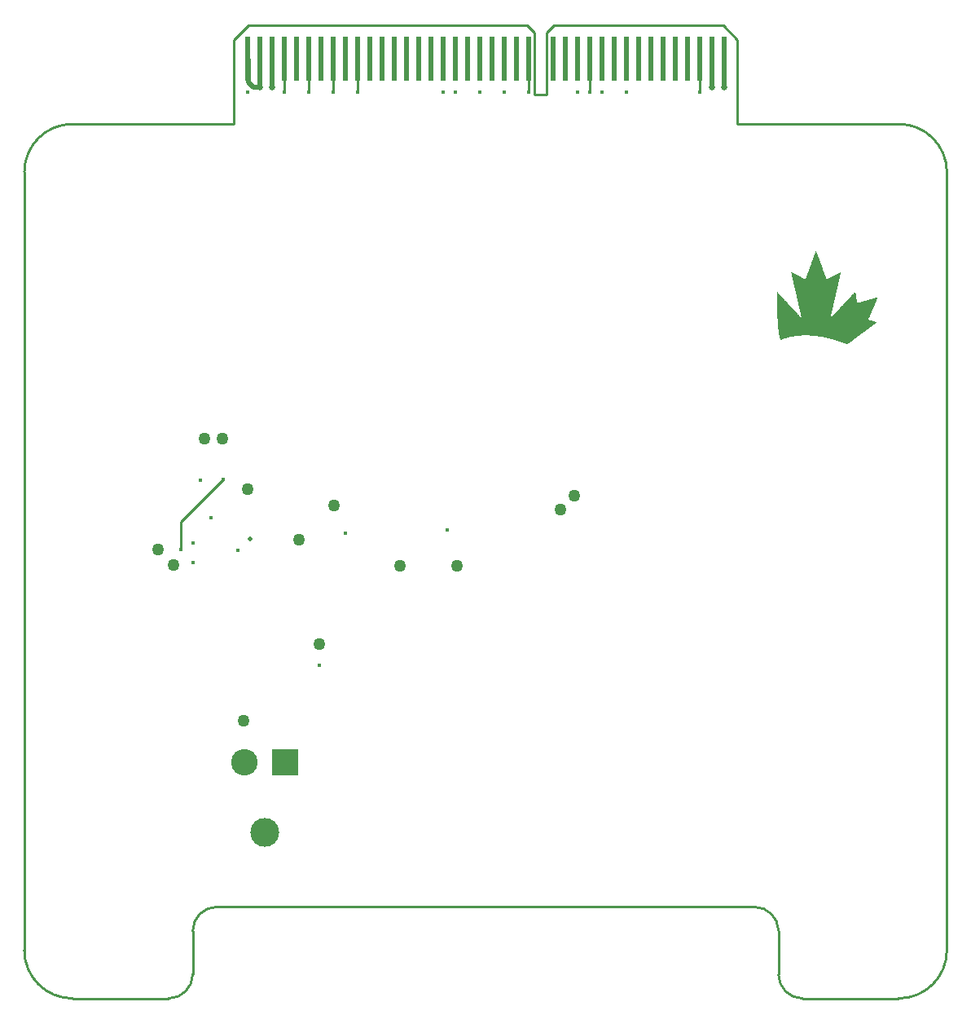
<source format=gbr>
%TF.GenerationSoftware,Altium Limited,Altium Designer,22.9.1 (49)*%
G04 Layer_Physical_Order=4*
G04 Layer_Color=16711680*
%FSLAX45Y45*%
%MOMM*%
%TF.SameCoordinates,682DF52B-C038-4893-B781-CD12F227844D*%
%TF.FilePolarity,Positive*%
%TF.FileFunction,Copper,L4,Bot,Signal*%
%TF.Part,Single*%
G01*
G75*
%TA.AperFunction,SMDPad,CuDef*%
%ADD26R,0.53000X4.57200*%
%TA.AperFunction,Conductor*%
%ADD28C,0.50000*%
%ADD31C,0.24500*%
%ADD32C,0.29300*%
%TA.AperFunction,NonConductor*%
%ADD35C,0.25400*%
%TA.AperFunction,ComponentPad*%
%ADD36C,3.00000*%
%ADD37R,2.75000X2.75000*%
%ADD38C,2.75000*%
%TA.AperFunction,ViaPad*%
%ADD39C,1.27000*%
%ADD40C,0.44450*%
%ADD41C,0.44400*%
%ADD42C,0.50000*%
%ADD43C,0.63500*%
G36*
X8021734Y7316730D02*
X8023564Y7309408D01*
X8024479Y7301171D01*
X8026310Y7296595D01*
X8027225Y7292935D01*
X8028140Y7286528D01*
X8029055Y7282867D01*
X8030886Y7276461D01*
X8032716Y7269139D01*
X8033631Y7261818D01*
X8035462Y7257242D01*
X8036377Y7253581D01*
X8037750Y7244887D01*
X8038665Y7241226D01*
X8040953Y7233447D01*
X8042326Y7225668D01*
X8043241Y7221091D01*
X8045529Y7215143D01*
X8046444Y7205991D01*
X8047359Y7203245D01*
X8049190Y7196839D01*
X8050105Y7193178D01*
X8051478Y7184484D01*
X8053765Y7178535D01*
X8056053Y7165265D01*
X8058342Y7159316D01*
X8059714Y7148791D01*
X8060630Y7145130D01*
X8062002Y7141012D01*
X8062918Y7137351D01*
X8064290Y7128657D01*
X8066121Y7124080D01*
X8067036Y7120420D01*
X8068866Y7109437D01*
X8071154Y7101658D01*
X8072069Y7097997D01*
X8072985Y7089761D01*
X8074815Y7085185D01*
X8075730Y7081524D01*
X8077103Y7073745D01*
X8078476Y7068711D01*
X8078018Y7067338D01*
X8075273Y7068254D01*
X8071154Y7071457D01*
X8070239Y7073287D01*
X8067494Y7076033D01*
X8066578Y7077863D01*
X8063375Y7080151D01*
X8061545Y7082897D01*
X8059714Y7083812D01*
X8058342Y7085185D01*
X8057426Y7087015D01*
X8053765Y7090676D01*
X8053308Y7092049D01*
X8051478Y7092964D01*
X8050105Y7094337D01*
X8049190Y7096167D01*
X8045986Y7098455D01*
X8044156Y7101201D01*
X8042326Y7102116D01*
X8038665Y7107607D01*
X8035004Y7111268D01*
X8033631Y7111725D01*
X8032716Y7113556D01*
X8027225Y7119047D01*
X8026310Y7120877D01*
X8015327Y7131860D01*
X8014412Y7133690D01*
X8000684Y7147418D01*
X7999769Y7149249D01*
X7997023Y7151994D01*
X7996566Y7153367D01*
X7994735Y7154282D01*
X7992447Y7156570D01*
X7991990Y7157943D01*
X7990159Y7158858D01*
X7987871Y7161146D01*
X7986956Y7162977D01*
X7985126Y7163892D01*
X7984211Y7165722D01*
X7979635Y7170298D01*
X7979177Y7171671D01*
X7977347Y7172586D01*
X7975974Y7173959D01*
X7975058Y7175789D01*
X7972313Y7177620D01*
X7971398Y7179450D01*
X7967279Y7184484D01*
X7957670Y7194093D01*
X7956755Y7195924D01*
X7943942Y7208736D01*
X7943027Y7210567D01*
X7931129Y7222464D01*
X7930214Y7224295D01*
X7918316Y7236192D01*
X7917401Y7238023D01*
X7913740Y7241684D01*
X7912825Y7243514D01*
X7900928Y7255411D01*
X7900012Y7257242D01*
X7887200Y7270055D01*
X7886284Y7271885D01*
X7873472Y7284698D01*
X7872557Y7286528D01*
X7860659Y7298426D01*
X7859744Y7300256D01*
X7856083Y7303917D01*
X7855168Y7305747D01*
X7853795Y7307120D01*
X7852422Y7307578D01*
X7851507Y7309408D01*
X7843270Y7317645D01*
X7842355Y7319475D01*
X7840982Y7320848D01*
X7839609Y7321306D01*
X7838694Y7323136D01*
X7836406Y7325424D01*
X7834576Y7326339D01*
X7832288Y7329542D01*
X7830458Y7331373D01*
X7829542Y7333203D01*
X7828170Y7334576D01*
X7824051Y7334118D01*
X7825424Y7181738D01*
X7827254Y7082897D01*
X7828170Y7078321D01*
X7829085Y7048119D01*
X7830000Y7022494D01*
X7830915Y7003275D01*
X7832745Y6979479D01*
X7834118Y6974446D01*
X7835491Y6954769D01*
X7837321Y6940126D01*
X7838694Y6935092D01*
X7840067Y6919076D01*
X7840982Y6915416D01*
X7842355Y6910382D01*
X7843728Y6900773D01*
X7844643Y6893451D01*
X7845558Y6888875D01*
X7847846Y6881096D01*
X7848761Y6870113D01*
X7851507Y6863707D01*
X7853795Y6850437D01*
X7856083Y6844488D01*
X7856998Y6838997D01*
X7858371Y6837624D01*
X7862947Y6838539D01*
X7869353Y6841285D01*
X7873014Y6842200D01*
X7881251Y6845861D01*
X7887200Y6847233D01*
X7888572Y6848606D01*
X7894979Y6850437D01*
X7900012Y6851810D01*
X7905046Y6854097D01*
X7908707Y6855013D01*
X7914655Y6856385D01*
X7919232Y6858216D01*
X7924265Y6859589D01*
X7931129Y6860961D01*
X7937078Y6863249D01*
X7943484Y6864165D01*
X7956297Y6867825D01*
X7964991Y6869198D01*
X7972771Y6871486D01*
X7979177Y6872401D01*
X7987871Y6873774D01*
X7997023Y6875604D01*
X8000684Y6876520D01*
X8010751Y6877435D01*
X8018988Y6878350D01*
X8024022Y6879723D01*
X8044156Y6881553D01*
X8067951Y6883384D01*
X8078018Y6884299D01*
X8080764Y6885214D01*
X8164962Y6884299D01*
X8167708Y6883384D01*
X8193333Y6882469D01*
X8196079Y6881553D01*
X8216213Y6880638D01*
X8220789Y6878808D01*
X8223077Y6879265D01*
X8226738Y6878350D01*
X8234975Y6877435D01*
X8245042Y6876520D01*
X8252363Y6875604D01*
X8257397Y6874232D01*
X8266091Y6872859D01*
X8276158Y6871944D01*
X8286226Y6870113D01*
X8291259Y6868741D01*
X8302699Y6867368D01*
X8306360Y6866453D01*
X8311394Y6865080D01*
X8315054Y6864165D01*
X8325122Y6863249D01*
X8329698Y6861419D01*
X8337019Y6859589D01*
X8345256Y6858673D01*
X8349832Y6856843D01*
X8353493Y6855928D01*
X8359899Y6855013D01*
X8365848Y6853640D01*
X8371797Y6851352D01*
X8380491Y6849979D01*
X8387813Y6847233D01*
X8392389Y6846318D01*
X8397880Y6845403D01*
X8402456Y6843573D01*
X8406574Y6842200D01*
X8413896Y6841285D01*
X8422133Y6837624D01*
X8429454Y6836709D01*
X8435860Y6833963D01*
X8439521Y6833048D01*
X8444555Y6831675D01*
X8449588Y6829387D01*
X8457368Y6828014D01*
X8465147Y6824811D01*
X8472468Y6822981D01*
X8474299Y6821150D01*
X8484824Y6818862D01*
X8486196Y6817490D01*
X8492603Y6815659D01*
X8497636Y6814286D01*
X8502670Y6811998D01*
X8509991Y6810168D01*
X8516398Y6807422D01*
X8520059Y6806507D01*
X8528295Y6802846D01*
X8534244Y6801474D01*
X8535617Y6800101D01*
X8540193Y6798270D01*
X8546142Y6796898D01*
X8552091Y6793694D01*
X8557582Y6794609D01*
X8559412Y6797355D01*
X8563988Y6800101D01*
X8565819Y6801931D01*
X8567649Y6802846D01*
X8570394Y6805592D01*
X8574970Y6808337D01*
X8576801Y6810168D01*
X8578631Y6811083D01*
X8583665Y6815202D01*
X8586868Y6817490D01*
X8588698Y6819320D01*
X8593274Y6822066D01*
X8595105Y6823896D01*
X8596935Y6824811D01*
X8605172Y6831217D01*
X8611578Y6835794D01*
X8623018Y6844488D01*
X8628510Y6848149D01*
X8630798Y6850437D01*
X8632628Y6851352D01*
X8635373Y6854097D01*
X8639949Y6856843D01*
X8641780Y6858673D01*
X8646356Y6861419D01*
X8649101Y6864165D01*
X8650932Y6865080D01*
X8653677Y6867825D01*
X8658253Y6870571D01*
X8660084Y6872401D01*
X8664660Y6875147D01*
X8666490Y6876977D01*
X8668320Y6877893D01*
X8671066Y6880638D01*
X8672897Y6881553D01*
X8681591Y6887502D01*
X8682506Y6889332D01*
X8687540Y6892536D01*
X8689370Y6894366D01*
X8693946Y6897112D01*
X8695777Y6898942D01*
X8699895Y6901230D01*
X8700352Y6902603D01*
X8704928Y6905348D01*
X8706759Y6907179D01*
X8711335Y6909924D01*
X8713165Y6911755D01*
X8716368Y6913128D01*
X8717284Y6914958D01*
X8718656Y6916331D01*
X8723232Y6919076D01*
X8725063Y6920907D01*
X8729639Y6923652D01*
X8731469Y6925483D01*
X8733300Y6926398D01*
X8736045Y6929144D01*
X8740621Y6931889D01*
X8742452Y6933720D01*
X8744282Y6934635D01*
X8747027Y6937380D01*
X8751604Y6940126D01*
X8754349Y6942872D01*
X8758925Y6945617D01*
X8760755Y6947448D01*
X8762586Y6948363D01*
X8765331Y6951108D01*
X8769908Y6953854D01*
X8772653Y6956599D01*
X8774483Y6957515D01*
X8776314Y6959345D01*
X8782263Y6962548D01*
X8782720Y6963921D01*
X8787296Y6966667D01*
X8789127Y6968497D01*
X8790957Y6969412D01*
X8793703Y6972158D01*
X8795533Y6973073D01*
X8800567Y6977192D01*
X8805600Y6980395D01*
X8807430Y6982225D01*
X8809261Y6983140D01*
X8812007Y6985886D01*
X8816583Y6988631D01*
X8818413Y6990462D01*
X8822989Y6993208D01*
X8825734Y6995953D01*
X8827565Y6996868D01*
X8830311Y6999614D01*
X8834887Y7002359D01*
X8836717Y7004190D01*
X8841293Y7006935D01*
X8844038Y7009681D01*
X8845869Y7010596D01*
X8847699Y7012426D01*
X8849530Y7013342D01*
X8854563Y7017460D01*
X8858224Y7019291D01*
X8859139Y7022951D01*
X8858224Y7024782D01*
X8853190Y7026155D01*
X8846326Y7027527D01*
X8840378Y7029815D01*
X8836717Y7030730D01*
X8830311Y7031646D01*
X8823904Y7034391D01*
X8817498Y7035306D01*
X8811549Y7037595D01*
X8806515Y7038967D01*
X8796906Y7041255D01*
X8792330Y7043086D01*
X8786839Y7044001D01*
X8782263Y7044916D01*
X8777229Y7047204D01*
X8772653Y7049034D01*
X8772196Y7052238D01*
X8774941Y7054983D01*
X8775856Y7060474D01*
X8780432Y7070542D01*
X8781347Y7072372D01*
X8784093Y7078778D01*
X8787754Y7087015D01*
X8790042Y7092964D01*
X8791415Y7094337D01*
X8792787Y7100286D01*
X8795991Y7106234D01*
X8798279Y7112183D01*
X8800567Y7117217D01*
X8801482Y7120877D01*
X8802397Y7122708D01*
X8804227Y7124538D01*
X8805143Y7128199D01*
X8807430Y7134148D01*
X8808803Y7135521D01*
X8809718Y7139181D01*
X8811549Y7143757D01*
X8814295Y7150164D01*
X8816125Y7154740D01*
X8818871Y7161146D01*
X8819786Y7163892D01*
X8822531Y7168468D01*
X8823446Y7172128D01*
X8828022Y7182196D01*
X8828938Y7185856D01*
X8830768Y7187687D01*
X8831683Y7191348D01*
X8836259Y7201415D01*
X8837632Y7206448D01*
X8839005Y7207821D01*
X8840835Y7212397D01*
X8841750Y7216058D01*
X8843581Y7217888D01*
X8846784Y7226583D01*
X8849072Y7231616D01*
X8849987Y7235277D01*
X8850903Y7237107D01*
X8853648Y7241684D01*
X8854563Y7247175D01*
X8857309Y7249920D01*
X8858224Y7253581D01*
X8860512Y7259530D01*
X8861885Y7260903D01*
X8863258Y7266851D01*
X8866461Y7272800D01*
X8868291Y7279207D01*
X8867376Y7281037D01*
X8863258Y7281494D01*
X8860512Y7280579D01*
X8854563Y7278291D01*
X8850445Y7276919D01*
X8843581Y7275546D01*
X8839005Y7273715D01*
X8833971Y7272343D01*
X8828480Y7271427D01*
X8822074Y7268682D01*
X8811549Y7266394D01*
X8806515Y7264106D01*
X8796906Y7261818D01*
X8790957Y7259530D01*
X8783178Y7258157D01*
X8777229Y7255869D01*
X8769908Y7254039D01*
X8763959Y7251751D01*
X8758925Y7250378D01*
X8752061Y7249005D01*
X8747027Y7246717D01*
X8743367Y7245802D01*
X8737876Y7244887D01*
X8731469Y7242141D01*
X8727808Y7241226D01*
X8722317Y7240311D01*
X8715911Y7237565D01*
X8708132Y7236192D01*
X8703556Y7234362D01*
X8699437Y7232989D01*
X8693946Y7232074D01*
X8687540Y7229328D01*
X8683879Y7228413D01*
X8677473Y7227498D01*
X8671066Y7224752D01*
X8667405Y7223837D01*
X8662829Y7222922D01*
X8658253Y7221091D01*
X8656423Y7222007D01*
X8654135Y7227040D01*
X8653220Y7233447D01*
X8652305Y7236192D01*
X8650932Y7254039D01*
X8650017Y7259530D01*
X8649101Y7263191D01*
X8648186Y7270512D01*
X8647271Y7280579D01*
X8646356Y7287901D01*
X8645441Y7291562D01*
X8644526Y7296138D01*
X8643610Y7303459D01*
X8642695Y7312611D01*
X8641780Y7320848D01*
X8640407Y7324966D01*
X8639492Y7336864D01*
X8638119Y7341898D01*
X8636289Y7342813D01*
X8634001Y7340525D01*
X8633085Y7338694D01*
X8624849Y7330458D01*
X8624391Y7329085D01*
X8622561Y7328169D01*
X8617985Y7322679D01*
X8608375Y7313069D01*
X8605629Y7308493D01*
X8593732Y7296595D01*
X8592817Y7294765D01*
X8578174Y7280122D01*
X8577258Y7278291D01*
X8568107Y7269139D01*
X8567191Y7267309D01*
X8565361Y7266394D01*
X8564446Y7264563D01*
X8551633Y7251751D01*
X8550718Y7249920D01*
X8548430Y7246717D01*
X8546599Y7245802D01*
X8544311Y7242599D01*
X8536990Y7235277D01*
X8536075Y7233447D01*
X8521432Y7218803D01*
X8520516Y7216973D01*
X8510449Y7206906D01*
X8509534Y7205076D01*
X8497636Y7193178D01*
X8496721Y7191348D01*
X8483908Y7178535D01*
X8482993Y7176704D01*
X8480247Y7173959D01*
X8479332Y7172128D01*
X8476129Y7169840D01*
X8474299Y7167095D01*
X8472468Y7166180D01*
X8470180Y7162977D01*
X8468350Y7162061D01*
X8466062Y7157943D01*
X8464231Y7157028D01*
X8461943Y7153824D01*
X8459198Y7151994D01*
X8458283Y7150164D01*
X8456910Y7148791D01*
X8455080Y7147876D01*
X8452334Y7143300D01*
X8450961Y7142842D01*
X8450046Y7141012D01*
X8448673Y7139639D01*
X8446843Y7138724D01*
X8444097Y7135063D01*
X8442725Y7134605D01*
X8441809Y7132775D01*
X8437691Y7127741D01*
X8427166Y7117217D01*
X8426251Y7115386D01*
X8422590Y7111725D01*
X8422133Y7110353D01*
X8420302Y7109437D01*
X8418014Y7107149D01*
X8417556Y7105777D01*
X8415726Y7104862D01*
X8413438Y7102574D01*
X8412523Y7100743D01*
X8409777Y7097997D01*
X8409320Y7096625D01*
X8407489Y7095709D01*
X8406117Y7094337D01*
X8405201Y7092506D01*
X8401998Y7090218D01*
X8399710Y7087015D01*
X8397880Y7086100D01*
X8396965Y7084270D01*
X8385067Y7072372D01*
X8382779Y7067338D01*
X8379118Y7068254D01*
X8378661Y7071457D01*
X8379576Y7074202D01*
X8380949Y7080151D01*
X8382321Y7085185D01*
X8383237Y7088846D01*
X8384152Y7095252D01*
X8386897Y7105319D01*
X8387813Y7108980D01*
X8388728Y7115386D01*
X8391473Y7124538D01*
X8392389Y7128199D01*
X8393761Y7136893D01*
X8394677Y7140554D01*
X8396049Y7144673D01*
X8396965Y7151079D01*
X8398337Y7157028D01*
X8399252Y7160688D01*
X8400625Y7164807D01*
X8401540Y7168468D01*
X8402456Y7175789D01*
X8403371Y7178535D01*
X8405201Y7183111D01*
X8407489Y7196381D01*
X8408862Y7201415D01*
X8409777Y7205076D01*
X8410693Y7211482D01*
X8412065Y7216515D01*
X8414353Y7224295D01*
X8415726Y7232989D01*
X8417556Y7237565D01*
X8418472Y7242141D01*
X8420302Y7253123D01*
X8422590Y7260903D01*
X8423505Y7264563D01*
X8424421Y7271885D01*
X8426251Y7276461D01*
X8427166Y7280122D01*
X8428081Y7286528D01*
X8430827Y7296595D01*
X8431742Y7300256D01*
X8433115Y7308951D01*
X8435403Y7316730D01*
X8436318Y7320390D01*
X8437233Y7327712D01*
X8439064Y7332288D01*
X8440437Y7338237D01*
X8441352Y7343728D01*
X8442267Y7348304D01*
X8444555Y7356083D01*
X8445928Y7364777D01*
X8447758Y7372099D01*
X8449131Y7376217D01*
X8450046Y7382624D01*
X8450961Y7386285D01*
X8452334Y7391318D01*
X8453707Y7395437D01*
X8455080Y7404131D01*
X8456910Y7411453D01*
X8458283Y7416486D01*
X8459656Y7425180D01*
X8462859Y7435705D01*
X8464231Y7444400D01*
X8466062Y7448976D01*
X8466977Y7453552D01*
X8467892Y7460873D01*
X8468808Y7464534D01*
X8471096Y7472313D01*
X8472011Y7478720D01*
X8473384Y7483753D01*
X8475672Y7491532D01*
X8477044Y7500227D01*
X8478417Y7505260D01*
X8480247Y7511667D01*
X8481163Y7519903D01*
X8482993Y7524479D01*
X8483908Y7528140D01*
X8484824Y7534547D01*
X8485739Y7538207D01*
X8487569Y7541868D01*
X8486196Y7543241D01*
X8481620Y7542326D01*
X8473384Y7537750D01*
X8471553Y7535919D01*
X8466977Y7535004D01*
X8465147Y7533174D01*
X8460571Y7531343D01*
X8458740Y7530428D01*
X8455995Y7527683D01*
X8450961Y7526310D01*
X8445012Y7523107D01*
X8440437Y7520361D01*
X8438606Y7518531D01*
X8433572Y7517158D01*
X8431284Y7514870D01*
X8427624Y7513955D01*
X8423048Y7511209D01*
X8414811Y7506633D01*
X8410235Y7504803D01*
X8408405Y7503887D01*
X8406574Y7502057D01*
X8401998Y7500227D01*
X8400168Y7499311D01*
X8398337Y7497481D01*
X8392389Y7495193D01*
X8386440Y7491990D01*
X8381864Y7489244D01*
X8348917Y7471856D01*
X8341595Y7468195D01*
X8337477Y7471398D01*
X8335646Y7477804D01*
X8333358Y7483753D01*
X8331070Y7488787D01*
X8330155Y7494278D01*
X8328325Y7496108D01*
X8326494Y7503430D01*
X8322833Y7511667D01*
X8321461Y7517615D01*
X8320088Y7518988D01*
X8318258Y7523564D01*
X8316885Y7528598D01*
X8314597Y7533631D01*
X8312766Y7540953D01*
X8309106Y7549190D01*
X8308190Y7553766D01*
X8306360Y7555596D01*
X8305445Y7559257D01*
X8302242Y7567951D01*
X8299954Y7573900D01*
X8298581Y7578934D01*
X8297208Y7580306D01*
X8295835Y7586255D01*
X8294920Y7589916D01*
X8293547Y7591289D01*
X8291717Y7595865D01*
X8290802Y7601356D01*
X8288971Y7603186D01*
X8287141Y7607762D01*
X8286226Y7613254D01*
X8282565Y7621490D01*
X8281650Y7626066D01*
X8279819Y7627897D01*
X8277989Y7635218D01*
X8274328Y7643455D01*
X8272955Y7648489D01*
X8269752Y7656268D01*
X8268837Y7659929D01*
X8266091Y7666335D01*
X8265176Y7669996D01*
X8263346Y7674572D01*
X8260600Y7680978D01*
X8259685Y7685554D01*
X8256939Y7690130D01*
X8255567Y7696079D01*
X8254194Y7699282D01*
X8252363Y7703858D01*
X8251448Y7707519D01*
X8247787Y7715756D01*
X8246872Y7720332D01*
X8243211Y7728568D01*
X8241839Y7733602D01*
X8240466Y7734975D01*
X8238636Y7741381D01*
X8234059Y7753279D01*
X8233144Y7756940D01*
X8231314Y7761516D01*
X8229026Y7765634D01*
X8226738Y7765176D01*
X8224907Y7758770D01*
X8222162Y7752363D01*
X8221247Y7748703D01*
X8219416Y7744127D01*
X8216671Y7737720D01*
X8215755Y7733144D01*
X8213010Y7726738D01*
X8210722Y7720789D01*
X8208434Y7715756D01*
X8207519Y7710264D01*
X8204773Y7705688D01*
X8203858Y7702028D01*
X8202485Y7696994D01*
X8201112Y7695621D01*
X8199282Y7689215D01*
X8195621Y7680063D01*
X8194706Y7676402D01*
X8191045Y7668166D01*
X8189672Y7662217D01*
X8187384Y7658098D01*
X8186469Y7654438D01*
X8184181Y7648489D01*
X8182808Y7647116D01*
X8181436Y7641167D01*
X8178690Y7633846D01*
X8177317Y7629727D01*
X8176402Y7626066D01*
X8172741Y7617830D01*
X8171826Y7614169D01*
X8169080Y7607762D01*
X8167708Y7602729D01*
X8165420Y7598610D01*
X8164504Y7594950D01*
X8159929Y7583052D01*
X8159013Y7578476D01*
X8157183Y7576646D01*
X8155352Y7569324D01*
X8151692Y7561087D01*
X8150319Y7556054D01*
X8148031Y7551020D01*
X8147116Y7547359D01*
X8144828Y7541411D01*
X8142540Y7536377D01*
X8141167Y7530428D01*
X8137964Y7524479D01*
X8137048Y7518988D01*
X8134303Y7514412D01*
X8132930Y7508464D01*
X8131557Y7505260D01*
X8129727Y7500684D01*
X8128812Y7497024D01*
X8125151Y7488787D01*
X8123778Y7482838D01*
X8122405Y7481465D01*
X8120575Y7476889D01*
X8119660Y7471398D01*
X8117372Y7469110D01*
X8110050Y7470025D01*
X8107305Y7472771D01*
X8093577Y7479177D01*
X8091746Y7480092D01*
X8089916Y7481923D01*
X8083967Y7484211D01*
X8081679Y7486499D01*
X8075730Y7488787D01*
X8069781Y7491990D01*
X8066578Y7493363D01*
X8066121Y7494736D01*
X8061545Y7496566D01*
X8049647Y7502972D01*
X8047817Y7504803D01*
X8042783Y7506175D01*
X8041410Y7507548D01*
X8036834Y7509379D01*
X8032259Y7512124D01*
X8024022Y7516700D01*
X8019446Y7518531D01*
X8017615Y7519446D01*
X8008463Y7524937D01*
X8003887Y7526768D01*
X7999311Y7529513D01*
X7991074Y7534089D01*
X7975516Y7542326D01*
X7973686Y7544156D01*
X7970940Y7543241D01*
X7970483Y7539123D01*
X7971398Y7536377D01*
X7972313Y7529971D01*
X7974143Y7525395D01*
X7975058Y7518988D01*
X7977347Y7509379D01*
X7978719Y7504345D01*
X7979635Y7500684D01*
X7980550Y7493363D01*
X7982380Y7488787D01*
X7983753Y7483753D01*
X7985583Y7472771D01*
X7987871Y7464992D01*
X7989244Y7456297D01*
X7990159Y7452636D01*
X7992447Y7444857D01*
X7993362Y7438451D01*
X7994278Y7434790D01*
X7997023Y7425638D01*
X7998396Y7416944D01*
X7999311Y7413283D01*
X8000684Y7408249D01*
X8001599Y7404589D01*
X8002972Y7395894D01*
X8005260Y7389945D01*
X8006175Y7383539D01*
X8007548Y7376675D01*
X8009836Y7370726D01*
X8011209Y7360201D01*
X8012124Y7356541D01*
X8013497Y7352422D01*
X8014412Y7348762D01*
X8015327Y7342355D01*
X8016700Y7337322D01*
X8018988Y7329542D01*
X8020361Y7320848D01*
X8021734Y7317645D01*
Y7316730D01*
D02*
G37*
D26*
X5238700Y9760000D02*
D03*
X7270700D02*
D03*
X7143700D02*
D03*
X7016700D02*
D03*
X6889700D02*
D03*
X6762700D02*
D03*
X6635700D02*
D03*
X6508700D02*
D03*
X6381700D02*
D03*
X6254700D02*
D03*
X6127700D02*
D03*
X6000700D02*
D03*
X5873700D02*
D03*
X5746700D02*
D03*
X5619700D02*
D03*
X5492700D02*
D03*
X5111700D02*
D03*
X4984700D02*
D03*
X4857700D02*
D03*
X4730700D02*
D03*
X4603700D02*
D03*
X4476700D02*
D03*
X4349700D02*
D03*
X4222700D02*
D03*
X4095700D02*
D03*
X3968700D02*
D03*
X3841700D02*
D03*
X3714700D02*
D03*
X3587700D02*
D03*
X3460700D02*
D03*
X3333700D02*
D03*
X3206700D02*
D03*
X3079700D02*
D03*
X2952700D02*
D03*
X2825700D02*
D03*
X2698700D02*
D03*
X2571700D02*
D03*
X2444700D02*
D03*
X2317700D02*
D03*
D28*
X2444700Y9460000D02*
Y9760000D01*
X2317700D02*
X2325700Y9752000D01*
X2442117Y9462583D02*
X2444700Y9460000D01*
X2325700Y9514300D02*
X2377417Y9462583D01*
X2442117D01*
X2325700Y9514300D02*
Y9752000D01*
X7270700Y9460000D02*
Y9760000D01*
X7143700Y9460000D02*
Y9760000D01*
X2571700Y9460000D02*
Y9760000D01*
D31*
X1630000Y4660000D02*
Y4950000D01*
X2070000Y5390000D01*
D32*
X7016700Y9410000D02*
Y9760000D01*
X2698700Y9410000D02*
Y9760000D01*
X2952700Y9410000D02*
Y9760000D01*
X3206700Y9410000D02*
Y9760000D01*
X3460700Y9410000D02*
Y9760000D01*
X5238700Y9410000D02*
Y9760000D01*
X5873700Y9410000D02*
Y9760000D01*
D35*
X9588500Y8580500D02*
G03*
X9088500Y9080500I-500000J0D01*
G01*
X500000D02*
G03*
X0Y8580500I0J-500000D01*
G01*
X9088500Y0D02*
G03*
X9588500Y500000I0J500000D01*
G01*
X7838500Y700000D02*
G03*
X7588500Y950000I-250000J0D01*
G01*
X7838500Y250000D02*
G03*
X8088500Y0I250000J0D01*
G01*
X2000000Y950000D02*
G03*
X1750000Y700000I0J-250000D01*
G01*
X1500000Y0D02*
G03*
X1750000Y250000I-0J250000D01*
G01*
X0Y500000D02*
G03*
X500000Y0I500000J0D01*
G01*
X5228700Y10101500D02*
X5303700Y10026500D01*
X5303700D02*
X5303750Y9385500D01*
X5427700D02*
Y10026500D01*
X5502700Y10101500D01*
X5303700Y9385500D02*
X5427700D01*
X2326700Y10101500D02*
X5228700D01*
X2176700Y9951700D02*
X2326700Y10101500D01*
X7261700D02*
X7411700Y9951700D01*
X500000Y9080500D02*
X2176700D01*
X5502700Y10101500D02*
X7261700D01*
X7411700Y9080500D02*
Y9951700D01*
X2176700D02*
X2176750Y9080500D01*
X7411700D02*
X9088500D01*
X8088500Y0D02*
X9088500D01*
X2000000Y950000D02*
X7588500D01*
X7838500Y250000D02*
Y700000D01*
X1750000Y250000D02*
Y700000D01*
X9588500Y500000D02*
Y8580500D01*
X500000Y0D02*
X1500000D01*
X0Y500000D02*
Y8580500D01*
D36*
X2500000Y1720000D02*
D03*
D37*
X2710000Y2450000D02*
D03*
D38*
X2290000D02*
D03*
D39*
X5570000Y5080000D02*
D03*
X5720000Y5220000D02*
D03*
X2060000Y5810000D02*
D03*
X1870000D02*
D03*
X2280000Y2880000D02*
D03*
X3070000Y3680000D02*
D03*
X2850000Y4760000D02*
D03*
X1550000Y4500000D02*
D03*
X1390000Y4660000D02*
D03*
X2320000Y5290000D02*
D03*
X4500000Y4490000D02*
D03*
X3220000Y5120000D02*
D03*
X3900000Y4490000D02*
D03*
D40*
X4393426Y4864533D02*
D03*
X3340000Y4830000D02*
D03*
X1940000Y4990000D02*
D03*
X1830000Y5380000D02*
D03*
X1630000Y4660000D02*
D03*
X2070000Y5390000D02*
D03*
X1750000Y4530000D02*
D03*
Y4730000D02*
D03*
X2220000Y4650000D02*
D03*
X3070000Y3460000D02*
D03*
D41*
X7016700Y9410000D02*
D03*
X2698700D02*
D03*
X6254700D02*
D03*
X6000700D02*
D03*
X5873700D02*
D03*
X5746700D02*
D03*
X5238700D02*
D03*
X4984700D02*
D03*
X4730700D02*
D03*
X4476700D02*
D03*
X4349700D02*
D03*
X3460700D02*
D03*
X3206700D02*
D03*
X2952700D02*
D03*
X2317700D02*
D03*
D42*
X2350000Y4770000D02*
D03*
D43*
X2444700Y9460000D02*
D03*
X2571700D02*
D03*
X7270700D02*
D03*
X7143700D02*
D03*
%TF.MD5,ed66e90a57ea7471617369199a35e456*%
M02*

</source>
